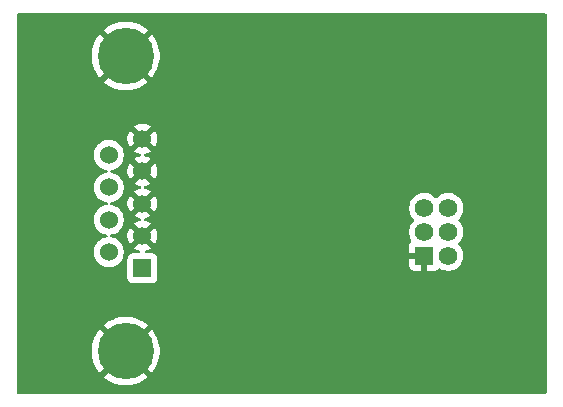
<source format=gbl>
G04 #@! TF.GenerationSoftware,KiCad,Pcbnew,9.0.6*
G04 #@! TF.CreationDate,2026-02-17T21:16:07-05:00*
G04 #@! TF.ProjectId,dvrk-ios,6476726b-2d69-46f7-932e-6b696361645f,rev?*
G04 #@! TF.SameCoordinates,Original*
G04 #@! TF.FileFunction,Copper,L2,Bot*
G04 #@! TF.FilePolarity,Positive*
%FSLAX46Y46*%
G04 Gerber Fmt 4.6, Leading zero omitted, Abs format (unit mm)*
G04 Created by KiCad (PCBNEW 9.0.6) date 2026-02-17 21:16:07*
%MOMM*%
%LPD*%
G01*
G04 APERTURE LIST*
G04 #@! TA.AperFunction,ComponentPad*
%ADD10R,1.575000X1.575000*%
G04 #@! TD*
G04 #@! TA.AperFunction,ComponentPad*
%ADD11C,1.575000*%
G04 #@! TD*
G04 #@! TA.AperFunction,ComponentPad*
%ADD12R,1.530000X1.530000*%
G04 #@! TD*
G04 #@! TA.AperFunction,ComponentPad*
%ADD13C,1.530000*%
G04 #@! TD*
G04 #@! TA.AperFunction,ComponentPad*
%ADD14C,4.770000*%
G04 #@! TD*
G04 #@! TA.AperFunction,ViaPad*
%ADD15C,0.600000*%
G04 #@! TD*
G04 APERTURE END LIST*
D10*
X68150000Y-39150000D03*
D11*
X70150000Y-39150000D03*
X68150000Y-37150000D03*
X70150000Y-37150000D03*
X68150000Y-35150000D03*
X70150000Y-35150000D03*
D12*
X44270000Y-40225000D03*
D13*
X44270000Y-37485000D03*
X44270000Y-34745000D03*
X44270000Y-32005000D03*
X44270000Y-29265000D03*
X41430000Y-38855000D03*
X41430000Y-36115000D03*
X41430000Y-33375000D03*
X41430000Y-30635000D03*
D14*
X42850000Y-47240000D03*
X42850000Y-22250000D03*
D15*
X51900000Y-47450000D03*
X65850000Y-36000000D03*
X57816057Y-45026271D03*
X60100000Y-35350000D03*
X61250000Y-44500000D03*
G04 #@! TA.AperFunction,Conductor*
G36*
X78442539Y-18670185D02*
G01*
X78488294Y-18722989D01*
X78499500Y-18774500D01*
X78499500Y-50725500D01*
X78479815Y-50792539D01*
X78427011Y-50838294D01*
X78375500Y-50849500D01*
X33774500Y-50849500D01*
X33707461Y-50829815D01*
X33661706Y-50777011D01*
X33650500Y-50725500D01*
X33650500Y-47077975D01*
X39965000Y-47077975D01*
X39965000Y-47402024D01*
X40001277Y-47724002D01*
X40001280Y-47724016D01*
X40073384Y-48039928D01*
X40073388Y-48039940D01*
X40180405Y-48345774D01*
X40180411Y-48345788D01*
X40321000Y-48637725D01*
X40493398Y-48912095D01*
X40640228Y-49096216D01*
X41562906Y-48173538D01*
X41637216Y-48275816D01*
X41814184Y-48452784D01*
X41916460Y-48527092D01*
X40993782Y-49449770D01*
X41177904Y-49596601D01*
X41452274Y-49768999D01*
X41744211Y-49909588D01*
X41744225Y-49909594D01*
X42050059Y-50016611D01*
X42050071Y-50016615D01*
X42365983Y-50088719D01*
X42365997Y-50088722D01*
X42687975Y-50124999D01*
X42687979Y-50125000D01*
X43012021Y-50125000D01*
X43012024Y-50124999D01*
X43334002Y-50088722D01*
X43334016Y-50088719D01*
X43649928Y-50016615D01*
X43649940Y-50016611D01*
X43955774Y-49909594D01*
X43955788Y-49909588D01*
X44247725Y-49768999D01*
X44522095Y-49596601D01*
X44706216Y-49449770D01*
X43783538Y-48527092D01*
X43885816Y-48452784D01*
X44062784Y-48275816D01*
X44137092Y-48173538D01*
X45059770Y-49096216D01*
X45206601Y-48912095D01*
X45378999Y-48637725D01*
X45519588Y-48345788D01*
X45519594Y-48345774D01*
X45626611Y-48039940D01*
X45626615Y-48039928D01*
X45698719Y-47724016D01*
X45698722Y-47724002D01*
X45734999Y-47402024D01*
X45735000Y-47402020D01*
X45735000Y-47077979D01*
X45734999Y-47077975D01*
X45698722Y-46755997D01*
X45698719Y-46755983D01*
X45626615Y-46440071D01*
X45626611Y-46440059D01*
X45519594Y-46134225D01*
X45519588Y-46134211D01*
X45378999Y-45842274D01*
X45206601Y-45567904D01*
X45059770Y-45383782D01*
X44137092Y-46306460D01*
X44062784Y-46204184D01*
X43885816Y-46027216D01*
X43783538Y-45952907D01*
X44706216Y-45030228D01*
X44522095Y-44883398D01*
X44247725Y-44711000D01*
X43955788Y-44570411D01*
X43955774Y-44570405D01*
X43649940Y-44463388D01*
X43649928Y-44463384D01*
X43334016Y-44391280D01*
X43334002Y-44391277D01*
X43012024Y-44355000D01*
X42687975Y-44355000D01*
X42365997Y-44391277D01*
X42365983Y-44391280D01*
X42050071Y-44463384D01*
X42050059Y-44463388D01*
X41744225Y-44570405D01*
X41744211Y-44570411D01*
X41452274Y-44711000D01*
X41177904Y-44883398D01*
X40993782Y-45030228D01*
X41916461Y-45952907D01*
X41814184Y-46027216D01*
X41637216Y-46204184D01*
X41562907Y-46306461D01*
X40640228Y-45383782D01*
X40493398Y-45567904D01*
X40321000Y-45842274D01*
X40180411Y-46134211D01*
X40180405Y-46134225D01*
X40073388Y-46440059D01*
X40073384Y-46440071D01*
X40001280Y-46755983D01*
X40001277Y-46755997D01*
X39965000Y-47077975D01*
X33650500Y-47077975D01*
X33650500Y-30535403D01*
X40164500Y-30535403D01*
X40164500Y-30734596D01*
X40195661Y-30931340D01*
X40195661Y-30931343D01*
X40257213Y-31120780D01*
X40257215Y-31120783D01*
X40347647Y-31298266D01*
X40464731Y-31459418D01*
X40605582Y-31600269D01*
X40766734Y-31717353D01*
X40909479Y-31790085D01*
X40944219Y-31807786D01*
X41133657Y-31869338D01*
X41133658Y-31869338D01*
X41133661Y-31869339D01*
X41204345Y-31880534D01*
X41216926Y-31882527D01*
X41280061Y-31912456D01*
X41316992Y-31971768D01*
X41315994Y-32041630D01*
X41277384Y-32099863D01*
X41216926Y-32127473D01*
X41133659Y-32140661D01*
X41133656Y-32140661D01*
X40944219Y-32202213D01*
X40766733Y-32292647D01*
X40731636Y-32318147D01*
X40605582Y-32409731D01*
X40605580Y-32409733D01*
X40605579Y-32409733D01*
X40464733Y-32550579D01*
X40464733Y-32550580D01*
X40464731Y-32550582D01*
X40414447Y-32619790D01*
X40347647Y-32711733D01*
X40257213Y-32889219D01*
X40195661Y-33078656D01*
X40195661Y-33078659D01*
X40164500Y-33275403D01*
X40164500Y-33474596D01*
X40195661Y-33671340D01*
X40195661Y-33671343D01*
X40257213Y-33860780D01*
X40305914Y-33956361D01*
X40347647Y-34038266D01*
X40464731Y-34199418D01*
X40605582Y-34340269D01*
X40766734Y-34457353D01*
X40909479Y-34530085D01*
X40944219Y-34547786D01*
X41133657Y-34609338D01*
X41133658Y-34609338D01*
X41133661Y-34609339D01*
X41204345Y-34620534D01*
X41216926Y-34622527D01*
X41280061Y-34652456D01*
X41316992Y-34711768D01*
X41315994Y-34781630D01*
X41277384Y-34839863D01*
X41216926Y-34867473D01*
X41133659Y-34880661D01*
X41133656Y-34880661D01*
X40944219Y-34942213D01*
X40766733Y-35032647D01*
X40731636Y-35058147D01*
X40605582Y-35149731D01*
X40605580Y-35149733D01*
X40605579Y-35149733D01*
X40464733Y-35290579D01*
X40464733Y-35290580D01*
X40464731Y-35290582D01*
X40414447Y-35359790D01*
X40347647Y-35451733D01*
X40257213Y-35629219D01*
X40195661Y-35818656D01*
X40195661Y-35818659D01*
X40164500Y-36015403D01*
X40164500Y-36214596D01*
X40195661Y-36411340D01*
X40195661Y-36411343D01*
X40257213Y-36600780D01*
X40257215Y-36600783D01*
X40347647Y-36778266D01*
X40464731Y-36939418D01*
X40605582Y-37080269D01*
X40766734Y-37197353D01*
X40872743Y-37251367D01*
X40944219Y-37287786D01*
X41133657Y-37349338D01*
X41133658Y-37349338D01*
X41133661Y-37349339D01*
X41204345Y-37360534D01*
X41216926Y-37362527D01*
X41280061Y-37392456D01*
X41316992Y-37451768D01*
X41315994Y-37521630D01*
X41277384Y-37579863D01*
X41216926Y-37607473D01*
X41133659Y-37620661D01*
X41133656Y-37620661D01*
X40944219Y-37682213D01*
X40766733Y-37772647D01*
X40731636Y-37798147D01*
X40605582Y-37889731D01*
X40605580Y-37889733D01*
X40605579Y-37889733D01*
X40464733Y-38030579D01*
X40464733Y-38030580D01*
X40464731Y-38030582D01*
X40441673Y-38062319D01*
X40347647Y-38191733D01*
X40257213Y-38369219D01*
X40195661Y-38558656D01*
X40195661Y-38558659D01*
X40180310Y-38655580D01*
X40164500Y-38755403D01*
X40164500Y-38954597D01*
X40166292Y-38965909D01*
X40195661Y-39151340D01*
X40195661Y-39151343D01*
X40257213Y-39340780D01*
X40313683Y-39451608D01*
X40347647Y-39518266D01*
X40464731Y-39679418D01*
X40605582Y-39820269D01*
X40766734Y-39937353D01*
X40944217Y-40027785D01*
X40944219Y-40027786D01*
X41133657Y-40089338D01*
X41133658Y-40089338D01*
X41133661Y-40089339D01*
X41330403Y-40120500D01*
X41330404Y-40120500D01*
X41529596Y-40120500D01*
X41529597Y-40120500D01*
X41726339Y-40089339D01*
X41726342Y-40089338D01*
X41726343Y-40089338D01*
X41915780Y-40027786D01*
X41915780Y-40027785D01*
X41915783Y-40027785D01*
X42093266Y-39937353D01*
X42254418Y-39820269D01*
X42395269Y-39679418D01*
X42512353Y-39518266D01*
X42566429Y-39412135D01*
X43004500Y-39412135D01*
X43004500Y-41037870D01*
X43004501Y-41037876D01*
X43010908Y-41097483D01*
X43061202Y-41232328D01*
X43061206Y-41232335D01*
X43147452Y-41347544D01*
X43147455Y-41347547D01*
X43262664Y-41433793D01*
X43262671Y-41433797D01*
X43397517Y-41484091D01*
X43397516Y-41484091D01*
X43404444Y-41484835D01*
X43457127Y-41490500D01*
X45082872Y-41490499D01*
X45142483Y-41484091D01*
X45277331Y-41433796D01*
X45392546Y-41347546D01*
X45478796Y-41232331D01*
X45529091Y-41097483D01*
X45535500Y-41037873D01*
X45535499Y-39412128D01*
X45529091Y-39352517D01*
X45480594Y-39222489D01*
X45478797Y-39217671D01*
X45478793Y-39217664D01*
X45392547Y-39102455D01*
X45392544Y-39102452D01*
X45277335Y-39016206D01*
X45277328Y-39016202D01*
X45142482Y-38965908D01*
X45142483Y-38965908D01*
X45082883Y-38959501D01*
X45082881Y-38959500D01*
X45082873Y-38959500D01*
X45082865Y-38959500D01*
X44608488Y-38959500D01*
X44541449Y-38939815D01*
X44495694Y-38887011D01*
X44485750Y-38817853D01*
X44514775Y-38754297D01*
X44570170Y-38717569D01*
X44755594Y-38657320D01*
X44933005Y-38566924D01*
X44970863Y-38539418D01*
X44970863Y-38539417D01*
X44407574Y-37976128D01*
X44466853Y-37960245D01*
X44583147Y-37893102D01*
X44678102Y-37798147D01*
X44745245Y-37681853D01*
X44761128Y-37622574D01*
X45324417Y-38185863D01*
X45324418Y-38185863D01*
X45351924Y-38148005D01*
X45442320Y-37970594D01*
X45503852Y-37781222D01*
X45535000Y-37584563D01*
X45535000Y-37385436D01*
X45503852Y-37188777D01*
X45442320Y-36999405D01*
X45351924Y-36821994D01*
X45324417Y-36784135D01*
X45324417Y-36784134D01*
X44761128Y-37347424D01*
X44745245Y-37288147D01*
X44678102Y-37171853D01*
X44583147Y-37076898D01*
X44466853Y-37009755D01*
X44407574Y-36993871D01*
X44970864Y-36430581D01*
X44970863Y-36430580D01*
X44933008Y-36403077D01*
X44755594Y-36312679D01*
X44566222Y-36251148D01*
X44479882Y-36237473D01*
X44416747Y-36207544D01*
X44379816Y-36148232D01*
X44380814Y-36078370D01*
X44419424Y-36020137D01*
X44479882Y-35992527D01*
X44566222Y-35978851D01*
X44755594Y-35917320D01*
X44933005Y-35826924D01*
X44970863Y-35799418D01*
X44970863Y-35799417D01*
X44407574Y-35236128D01*
X44466853Y-35220245D01*
X44583147Y-35153102D01*
X44678102Y-35058147D01*
X44745245Y-34941853D01*
X44761128Y-34882574D01*
X45324417Y-35445863D01*
X45324418Y-35445863D01*
X45351924Y-35408005D01*
X45442320Y-35230594D01*
X45501444Y-35048632D01*
X66862000Y-35048632D01*
X66862000Y-35251368D01*
X66868211Y-35290580D01*
X66893715Y-35451608D01*
X66956361Y-35644417D01*
X66956362Y-35644420D01*
X67018915Y-35767186D01*
X67045138Y-35818652D01*
X67048405Y-35825062D01*
X67167562Y-35989069D01*
X67167566Y-35989074D01*
X67240811Y-36062319D01*
X67274296Y-36123642D01*
X67269312Y-36193334D01*
X67240811Y-36237681D01*
X67167566Y-36310925D01*
X67167562Y-36310930D01*
X67048405Y-36474937D01*
X66956362Y-36655579D01*
X66956361Y-36655582D01*
X66893715Y-36848391D01*
X66862000Y-37048632D01*
X66862000Y-37251367D01*
X66893715Y-37451608D01*
X66956361Y-37644417D01*
X66956362Y-37644420D01*
X67048407Y-37825067D01*
X67050949Y-37829215D01*
X67049155Y-37830313D01*
X67069675Y-37887833D01*
X67053847Y-37955886D01*
X67020191Y-37994170D01*
X67005317Y-38005304D01*
X67005308Y-38005314D01*
X66919149Y-38120406D01*
X66919145Y-38120413D01*
X66868903Y-38255120D01*
X66868901Y-38255127D01*
X66862500Y-38314655D01*
X66862500Y-38900000D01*
X67688120Y-38900000D01*
X67660778Y-38947358D01*
X67625000Y-39080882D01*
X67625000Y-39219118D01*
X67660778Y-39352642D01*
X67688120Y-39400000D01*
X66862500Y-39400000D01*
X66862500Y-39985344D01*
X66868901Y-40044872D01*
X66868903Y-40044879D01*
X66919145Y-40179586D01*
X66919149Y-40179593D01*
X67005309Y-40294687D01*
X67005312Y-40294690D01*
X67120406Y-40380850D01*
X67120413Y-40380854D01*
X67255120Y-40431096D01*
X67255127Y-40431098D01*
X67314655Y-40437499D01*
X67314672Y-40437500D01*
X67900000Y-40437500D01*
X67900000Y-39611879D01*
X67947358Y-39639222D01*
X68080882Y-39675000D01*
X68219118Y-39675000D01*
X68352642Y-39639222D01*
X68400000Y-39611879D01*
X68400000Y-40437500D01*
X68985328Y-40437500D01*
X68985344Y-40437499D01*
X69044872Y-40431098D01*
X69044879Y-40431096D01*
X69179586Y-40380854D01*
X69179588Y-40380852D01*
X69294686Y-40294690D01*
X69294687Y-40294690D01*
X69305823Y-40279814D01*
X69361756Y-40237941D01*
X69431447Y-40232955D01*
X69470053Y-40250244D01*
X69470785Y-40249051D01*
X69474932Y-40251592D01*
X69474939Y-40251595D01*
X69474941Y-40251597D01*
X69530320Y-40279814D01*
X69655579Y-40343637D01*
X69655582Y-40343638D01*
X69751986Y-40374961D01*
X69848393Y-40406285D01*
X70048632Y-40438000D01*
X70048633Y-40438000D01*
X70251367Y-40438000D01*
X70251368Y-40438000D01*
X70451607Y-40406285D01*
X70644420Y-40343637D01*
X70825059Y-40251597D01*
X70989076Y-40132432D01*
X71132432Y-39989076D01*
X71251597Y-39825059D01*
X71343637Y-39644420D01*
X71406285Y-39451607D01*
X71438000Y-39251368D01*
X71438000Y-39048632D01*
X71406285Y-38848393D01*
X71374961Y-38751986D01*
X71343638Y-38655582D01*
X71343637Y-38655579D01*
X71311764Y-38593026D01*
X71251597Y-38474941D01*
X71174786Y-38369219D01*
X71132437Y-38310930D01*
X71132433Y-38310925D01*
X71059189Y-38237681D01*
X71025704Y-38176358D01*
X71030688Y-38106666D01*
X71059189Y-38062319D01*
X71090929Y-38030579D01*
X71132432Y-37989076D01*
X71251597Y-37825059D01*
X71343637Y-37644420D01*
X71406285Y-37451607D01*
X71438000Y-37251368D01*
X71438000Y-37048632D01*
X71406285Y-36848393D01*
X71343637Y-36655580D01*
X71343637Y-36655579D01*
X71311764Y-36593026D01*
X71251597Y-36474941D01*
X71219367Y-36430580D01*
X71132437Y-36310930D01*
X71132433Y-36310925D01*
X71059189Y-36237681D01*
X71025704Y-36176358D01*
X71030688Y-36106666D01*
X71059189Y-36062319D01*
X71132432Y-35989076D01*
X71251597Y-35825059D01*
X71343637Y-35644420D01*
X71406285Y-35451607D01*
X71438000Y-35251368D01*
X71438000Y-35048632D01*
X71406285Y-34848393D01*
X71372691Y-34744999D01*
X71343638Y-34655582D01*
X71343637Y-34655579D01*
X71288713Y-34547786D01*
X71251597Y-34474941D01*
X71220292Y-34431853D01*
X71132437Y-34310930D01*
X71132433Y-34310925D01*
X70989074Y-34167566D01*
X70989069Y-34167562D01*
X70825062Y-34048405D01*
X70825061Y-34048404D01*
X70825059Y-34048403D01*
X70767186Y-34018915D01*
X70644420Y-33956362D01*
X70644417Y-33956361D01*
X70451608Y-33893715D01*
X70351487Y-33877857D01*
X70251368Y-33862000D01*
X70048632Y-33862000D01*
X69981885Y-33872571D01*
X69848391Y-33893715D01*
X69655582Y-33956361D01*
X69655579Y-33956362D01*
X69474937Y-34048405D01*
X69310930Y-34167562D01*
X69310925Y-34167566D01*
X69237681Y-34240811D01*
X69176358Y-34274296D01*
X69106666Y-34269312D01*
X69062319Y-34240811D01*
X68989074Y-34167566D01*
X68989069Y-34167562D01*
X68825062Y-34048405D01*
X68825061Y-34048404D01*
X68825059Y-34048403D01*
X68767186Y-34018915D01*
X68644420Y-33956362D01*
X68644417Y-33956361D01*
X68451608Y-33893715D01*
X68351487Y-33877857D01*
X68251368Y-33862000D01*
X68048632Y-33862000D01*
X67981885Y-33872571D01*
X67848391Y-33893715D01*
X67655582Y-33956361D01*
X67655579Y-33956362D01*
X67474937Y-34048405D01*
X67310930Y-34167562D01*
X67310925Y-34167566D01*
X67167566Y-34310925D01*
X67167562Y-34310930D01*
X67048405Y-34474937D01*
X66956362Y-34655579D01*
X66956361Y-34655582D01*
X66893715Y-34848391D01*
X66890693Y-34867473D01*
X66862000Y-35048632D01*
X45501444Y-35048632D01*
X45503851Y-35041225D01*
X45506523Y-35024359D01*
X45506523Y-35024357D01*
X45535000Y-34844563D01*
X45535000Y-34645436D01*
X45503852Y-34448777D01*
X45442320Y-34259405D01*
X45351924Y-34081994D01*
X45324417Y-34044135D01*
X45324417Y-34044134D01*
X44761128Y-34607424D01*
X44745245Y-34548147D01*
X44678102Y-34431853D01*
X44583147Y-34336898D01*
X44466853Y-34269755D01*
X44407574Y-34253871D01*
X44970864Y-33690581D01*
X44970863Y-33690580D01*
X44933008Y-33663077D01*
X44755594Y-33572679D01*
X44566222Y-33511148D01*
X44479882Y-33497473D01*
X44416747Y-33467544D01*
X44379816Y-33408232D01*
X44380814Y-33338370D01*
X44419424Y-33280137D01*
X44479882Y-33252527D01*
X44566222Y-33238851D01*
X44755594Y-33177320D01*
X44933005Y-33086924D01*
X44970863Y-33059418D01*
X44970863Y-33059417D01*
X44407574Y-32496128D01*
X44466853Y-32480245D01*
X44583147Y-32413102D01*
X44678102Y-32318147D01*
X44745245Y-32201853D01*
X44761128Y-32142574D01*
X45324417Y-32705863D01*
X45324418Y-32705863D01*
X45351924Y-32668005D01*
X45442320Y-32490594D01*
X45503852Y-32301222D01*
X45535000Y-32104563D01*
X45535000Y-31905436D01*
X45503852Y-31708777D01*
X45442320Y-31519405D01*
X45351924Y-31341994D01*
X45324417Y-31304135D01*
X45324417Y-31304134D01*
X44761128Y-31867424D01*
X44745245Y-31808147D01*
X44678102Y-31691853D01*
X44583147Y-31596898D01*
X44466853Y-31529755D01*
X44407574Y-31513871D01*
X44970864Y-30950581D01*
X44970863Y-30950580D01*
X44933008Y-30923077D01*
X44755594Y-30832679D01*
X44566222Y-30771148D01*
X44479882Y-30757473D01*
X44416747Y-30727544D01*
X44379816Y-30668232D01*
X44380814Y-30598370D01*
X44419424Y-30540137D01*
X44479882Y-30512527D01*
X44566222Y-30498851D01*
X44755594Y-30437320D01*
X44933005Y-30346924D01*
X44970863Y-30319418D01*
X44970863Y-30319417D01*
X44407574Y-29756128D01*
X44466853Y-29740245D01*
X44583147Y-29673102D01*
X44678102Y-29578147D01*
X44745245Y-29461853D01*
X44761128Y-29402574D01*
X45324417Y-29965863D01*
X45324418Y-29965863D01*
X45351924Y-29928005D01*
X45442320Y-29750594D01*
X45503852Y-29561222D01*
X45535000Y-29364563D01*
X45535000Y-29165436D01*
X45503852Y-28968777D01*
X45442320Y-28779405D01*
X45351924Y-28601994D01*
X45324417Y-28564135D01*
X45324417Y-28564134D01*
X44761128Y-29127424D01*
X44745245Y-29068147D01*
X44678102Y-28951853D01*
X44583147Y-28856898D01*
X44466853Y-28789755D01*
X44407574Y-28773871D01*
X44970864Y-28210581D01*
X44970863Y-28210580D01*
X44933008Y-28183077D01*
X44755594Y-28092679D01*
X44566222Y-28031147D01*
X44369563Y-28000000D01*
X44170437Y-28000000D01*
X43973777Y-28031147D01*
X43784405Y-28092679D01*
X43606990Y-28183077D01*
X43569135Y-28210580D01*
X43569135Y-28210581D01*
X44132425Y-28773871D01*
X44073147Y-28789755D01*
X43956853Y-28856898D01*
X43861898Y-28951853D01*
X43794755Y-29068147D01*
X43778871Y-29127425D01*
X43215581Y-28564135D01*
X43215580Y-28564135D01*
X43188077Y-28601990D01*
X43097679Y-28779405D01*
X43036147Y-28968777D01*
X43005000Y-29165436D01*
X43005000Y-29364563D01*
X43036147Y-29561222D01*
X43097679Y-29750594D01*
X43188077Y-29928008D01*
X43215580Y-29965863D01*
X43215581Y-29965864D01*
X43778871Y-29402574D01*
X43794755Y-29461853D01*
X43861898Y-29578147D01*
X43956853Y-29673102D01*
X44073147Y-29740245D01*
X44132425Y-29756128D01*
X43569134Y-30319417D01*
X43606994Y-30346924D01*
X43784405Y-30437320D01*
X43973777Y-30498852D01*
X44060117Y-30512527D01*
X44123252Y-30542456D01*
X44160183Y-30601768D01*
X44159185Y-30671630D01*
X44120575Y-30729863D01*
X44060117Y-30757473D01*
X43973777Y-30771147D01*
X43784405Y-30832679D01*
X43606990Y-30923077D01*
X43569135Y-30950580D01*
X43569135Y-30950581D01*
X44132425Y-31513871D01*
X44073147Y-31529755D01*
X43956853Y-31596898D01*
X43861898Y-31691853D01*
X43794755Y-31808147D01*
X43778871Y-31867425D01*
X43215581Y-31304135D01*
X43215580Y-31304135D01*
X43188077Y-31341990D01*
X43097679Y-31519405D01*
X43036147Y-31708777D01*
X43005000Y-31905436D01*
X43005000Y-32104563D01*
X43036147Y-32301222D01*
X43097679Y-32490594D01*
X43188077Y-32668008D01*
X43215580Y-32705863D01*
X43215581Y-32705864D01*
X43778871Y-32142574D01*
X43794755Y-32201853D01*
X43861898Y-32318147D01*
X43956853Y-32413102D01*
X44073147Y-32480245D01*
X44132425Y-32496128D01*
X43569134Y-33059417D01*
X43606994Y-33086924D01*
X43784405Y-33177320D01*
X43973777Y-33238852D01*
X44060117Y-33252527D01*
X44123252Y-33282456D01*
X44160183Y-33341768D01*
X44159185Y-33411630D01*
X44120575Y-33469863D01*
X44060117Y-33497473D01*
X43973777Y-33511147D01*
X43784405Y-33572679D01*
X43606990Y-33663077D01*
X43569135Y-33690580D01*
X43569135Y-33690581D01*
X44132425Y-34253871D01*
X44073147Y-34269755D01*
X43956853Y-34336898D01*
X43861898Y-34431853D01*
X43794755Y-34548147D01*
X43778871Y-34607425D01*
X43215581Y-34044135D01*
X43215580Y-34044135D01*
X43188077Y-34081990D01*
X43097679Y-34259405D01*
X43036147Y-34448777D01*
X43005000Y-34645436D01*
X43005000Y-34844563D01*
X43036147Y-35041222D01*
X43097679Y-35230594D01*
X43188077Y-35408008D01*
X43215580Y-35445863D01*
X43215581Y-35445864D01*
X43778871Y-34882574D01*
X43794755Y-34941853D01*
X43861898Y-35058147D01*
X43956853Y-35153102D01*
X44073147Y-35220245D01*
X44132425Y-35236128D01*
X43569134Y-35799417D01*
X43606994Y-35826924D01*
X43784405Y-35917320D01*
X43973777Y-35978852D01*
X44060117Y-35992527D01*
X44123252Y-36022456D01*
X44160183Y-36081768D01*
X44159185Y-36151630D01*
X44120575Y-36209863D01*
X44060117Y-36237473D01*
X43973777Y-36251147D01*
X43784405Y-36312679D01*
X43606990Y-36403077D01*
X43569135Y-36430580D01*
X43569135Y-36430581D01*
X44132425Y-36993871D01*
X44073147Y-37009755D01*
X43956853Y-37076898D01*
X43861898Y-37171853D01*
X43794755Y-37288147D01*
X43778871Y-37347425D01*
X43215581Y-36784135D01*
X43215580Y-36784135D01*
X43188077Y-36821990D01*
X43097679Y-36999405D01*
X43036147Y-37188777D01*
X43005000Y-37385436D01*
X43005000Y-37584563D01*
X43036147Y-37781222D01*
X43097679Y-37970594D01*
X43188077Y-38148008D01*
X43215580Y-38185863D01*
X43215581Y-38185864D01*
X43778871Y-37622574D01*
X43794755Y-37681853D01*
X43861898Y-37798147D01*
X43956853Y-37893102D01*
X44073147Y-37960245D01*
X44132425Y-37976128D01*
X43569134Y-38539417D01*
X43606994Y-38566924D01*
X43784405Y-38657320D01*
X43969830Y-38717569D01*
X44027506Y-38757006D01*
X44054704Y-38821365D01*
X44042789Y-38890211D01*
X43995545Y-38941687D01*
X43931512Y-38959500D01*
X43457129Y-38959500D01*
X43457123Y-38959501D01*
X43397516Y-38965908D01*
X43262671Y-39016202D01*
X43262664Y-39016206D01*
X43147455Y-39102452D01*
X43147452Y-39102455D01*
X43061206Y-39217664D01*
X43061202Y-39217671D01*
X43010908Y-39352517D01*
X43004501Y-39412116D01*
X43004501Y-39412123D01*
X43004500Y-39412135D01*
X42566429Y-39412135D01*
X42602785Y-39340783D01*
X42642316Y-39219118D01*
X42664338Y-39151343D01*
X42664338Y-39151342D01*
X42664339Y-39151339D01*
X42695500Y-38954597D01*
X42695500Y-38755403D01*
X42664339Y-38558661D01*
X42664338Y-38558657D01*
X42664338Y-38558656D01*
X42602786Y-38369219D01*
X42544653Y-38255127D01*
X42512353Y-38191734D01*
X42395269Y-38030582D01*
X42254418Y-37889731D01*
X42093266Y-37772647D01*
X41915780Y-37682213D01*
X41726342Y-37620661D01*
X41656723Y-37609634D01*
X41643072Y-37607472D01*
X41579939Y-37577544D01*
X41543007Y-37518233D01*
X41544005Y-37448370D01*
X41582615Y-37390137D01*
X41643072Y-37362527D01*
X41726339Y-37349339D01*
X41726342Y-37349338D01*
X41726343Y-37349338D01*
X41915780Y-37287786D01*
X41915780Y-37287785D01*
X41915783Y-37287785D01*
X42093266Y-37197353D01*
X42254418Y-37080269D01*
X42395269Y-36939418D01*
X42512353Y-36778266D01*
X42602785Y-36600783D01*
X42602786Y-36600780D01*
X42664338Y-36411343D01*
X42664338Y-36411342D01*
X42664339Y-36411339D01*
X42695500Y-36214597D01*
X42695500Y-36015403D01*
X42664339Y-35818661D01*
X42664337Y-35818657D01*
X42664337Y-35818652D01*
X42655182Y-35790475D01*
X42602786Y-35629219D01*
X42512352Y-35451733D01*
X42512261Y-35451608D01*
X42395269Y-35290582D01*
X42254418Y-35149731D01*
X42093266Y-35032647D01*
X42076996Y-35024357D01*
X41915780Y-34942213D01*
X41726342Y-34880661D01*
X41656723Y-34869634D01*
X41643072Y-34867472D01*
X41579939Y-34837544D01*
X41543007Y-34778233D01*
X41544005Y-34708370D01*
X41582615Y-34650137D01*
X41643072Y-34622527D01*
X41726339Y-34609339D01*
X41726342Y-34609338D01*
X41726343Y-34609338D01*
X41915780Y-34547786D01*
X41915780Y-34547785D01*
X41915783Y-34547785D01*
X42093266Y-34457353D01*
X42254418Y-34340269D01*
X42395269Y-34199418D01*
X42512353Y-34038266D01*
X42602785Y-33860783D01*
X42658087Y-33690581D01*
X42664338Y-33671343D01*
X42664338Y-33671342D01*
X42664339Y-33671339D01*
X42695500Y-33474597D01*
X42695500Y-33275403D01*
X42664339Y-33078661D01*
X42664337Y-33078657D01*
X42664337Y-33078652D01*
X42655182Y-33050475D01*
X42602786Y-32889219D01*
X42512352Y-32711733D01*
X42480584Y-32668008D01*
X42395269Y-32550582D01*
X42254418Y-32409731D01*
X42093266Y-32292647D01*
X41915780Y-32202213D01*
X41726342Y-32140661D01*
X41656723Y-32129634D01*
X41643072Y-32127472D01*
X41579939Y-32097544D01*
X41543007Y-32038233D01*
X41544005Y-31968370D01*
X41582615Y-31910137D01*
X41643072Y-31882527D01*
X41726339Y-31869339D01*
X41726342Y-31869338D01*
X41726343Y-31869338D01*
X41915780Y-31807786D01*
X41915780Y-31807785D01*
X41915783Y-31807785D01*
X42093266Y-31717353D01*
X42254418Y-31600269D01*
X42395269Y-31459418D01*
X42512353Y-31298266D01*
X42602785Y-31120783D01*
X42658087Y-30950581D01*
X42664338Y-30931343D01*
X42664338Y-30931342D01*
X42664339Y-30931339D01*
X42695500Y-30734597D01*
X42695500Y-30535403D01*
X42664339Y-30338661D01*
X42664337Y-30338657D01*
X42664337Y-30338652D01*
X42655182Y-30310475D01*
X42602786Y-30149219D01*
X42512352Y-29971733D01*
X42480584Y-29928008D01*
X42395269Y-29810582D01*
X42254418Y-29669731D01*
X42093266Y-29552647D01*
X41915780Y-29462213D01*
X41726342Y-29400661D01*
X41578782Y-29377290D01*
X41529597Y-29369500D01*
X41330403Y-29369500D01*
X41264822Y-29379887D01*
X41133659Y-29400661D01*
X41133656Y-29400661D01*
X40944219Y-29462213D01*
X40766733Y-29552647D01*
X40731636Y-29578147D01*
X40605582Y-29669731D01*
X40605580Y-29669733D01*
X40605579Y-29669733D01*
X40464733Y-29810579D01*
X40464733Y-29810580D01*
X40464731Y-29810582D01*
X40414447Y-29879790D01*
X40347647Y-29971733D01*
X40257213Y-30149219D01*
X40195661Y-30338656D01*
X40195661Y-30338659D01*
X40164500Y-30535403D01*
X33650500Y-30535403D01*
X33650500Y-22087975D01*
X39965000Y-22087975D01*
X39965000Y-22412024D01*
X40001277Y-22734002D01*
X40001280Y-22734016D01*
X40073384Y-23049928D01*
X40073388Y-23049940D01*
X40180405Y-23355774D01*
X40180411Y-23355788D01*
X40321000Y-23647725D01*
X40493398Y-23922095D01*
X40640228Y-24106216D01*
X41562906Y-23183538D01*
X41637216Y-23285816D01*
X41814184Y-23462784D01*
X41916460Y-23537092D01*
X40993782Y-24459770D01*
X41177904Y-24606601D01*
X41452274Y-24778999D01*
X41744211Y-24919588D01*
X41744225Y-24919594D01*
X42050059Y-25026611D01*
X42050071Y-25026615D01*
X42365983Y-25098719D01*
X42365997Y-25098722D01*
X42687975Y-25134999D01*
X42687979Y-25135000D01*
X43012021Y-25135000D01*
X43012024Y-25134999D01*
X43334002Y-25098722D01*
X43334016Y-25098719D01*
X43649928Y-25026615D01*
X43649940Y-25026611D01*
X43955774Y-24919594D01*
X43955788Y-24919588D01*
X44247725Y-24778999D01*
X44522095Y-24606601D01*
X44706216Y-24459770D01*
X43783538Y-23537092D01*
X43885816Y-23462784D01*
X44062784Y-23285816D01*
X44137092Y-23183538D01*
X45059770Y-24106216D01*
X45206601Y-23922095D01*
X45378999Y-23647725D01*
X45519588Y-23355788D01*
X45519594Y-23355774D01*
X45626611Y-23049940D01*
X45626615Y-23049928D01*
X45698719Y-22734016D01*
X45698722Y-22734002D01*
X45734999Y-22412024D01*
X45735000Y-22412020D01*
X45735000Y-22087979D01*
X45734999Y-22087975D01*
X45698722Y-21765997D01*
X45698719Y-21765983D01*
X45626615Y-21450071D01*
X45626611Y-21450059D01*
X45519594Y-21144225D01*
X45519588Y-21144211D01*
X45378999Y-20852274D01*
X45206601Y-20577904D01*
X45059770Y-20393782D01*
X44137092Y-21316460D01*
X44062784Y-21214184D01*
X43885816Y-21037216D01*
X43783538Y-20962907D01*
X44706216Y-20040228D01*
X44522095Y-19893398D01*
X44247725Y-19721000D01*
X43955788Y-19580411D01*
X43955774Y-19580405D01*
X43649940Y-19473388D01*
X43649928Y-19473384D01*
X43334016Y-19401280D01*
X43334002Y-19401277D01*
X43012024Y-19365000D01*
X42687975Y-19365000D01*
X42365997Y-19401277D01*
X42365983Y-19401280D01*
X42050071Y-19473384D01*
X42050059Y-19473388D01*
X41744225Y-19580405D01*
X41744211Y-19580411D01*
X41452274Y-19721000D01*
X41177904Y-19893398D01*
X40993782Y-20040228D01*
X41916461Y-20962907D01*
X41814184Y-21037216D01*
X41637216Y-21214184D01*
X41562907Y-21316461D01*
X40640228Y-20393782D01*
X40493398Y-20577904D01*
X40321000Y-20852274D01*
X40180411Y-21144211D01*
X40180405Y-21144225D01*
X40073388Y-21450059D01*
X40073384Y-21450071D01*
X40001280Y-21765983D01*
X40001277Y-21765997D01*
X39965000Y-22087975D01*
X33650500Y-22087975D01*
X33650500Y-18774500D01*
X33670185Y-18707461D01*
X33722989Y-18661706D01*
X33774500Y-18650500D01*
X78375500Y-18650500D01*
X78442539Y-18670185D01*
G37*
G04 #@! TD.AperFunction*
M02*

</source>
